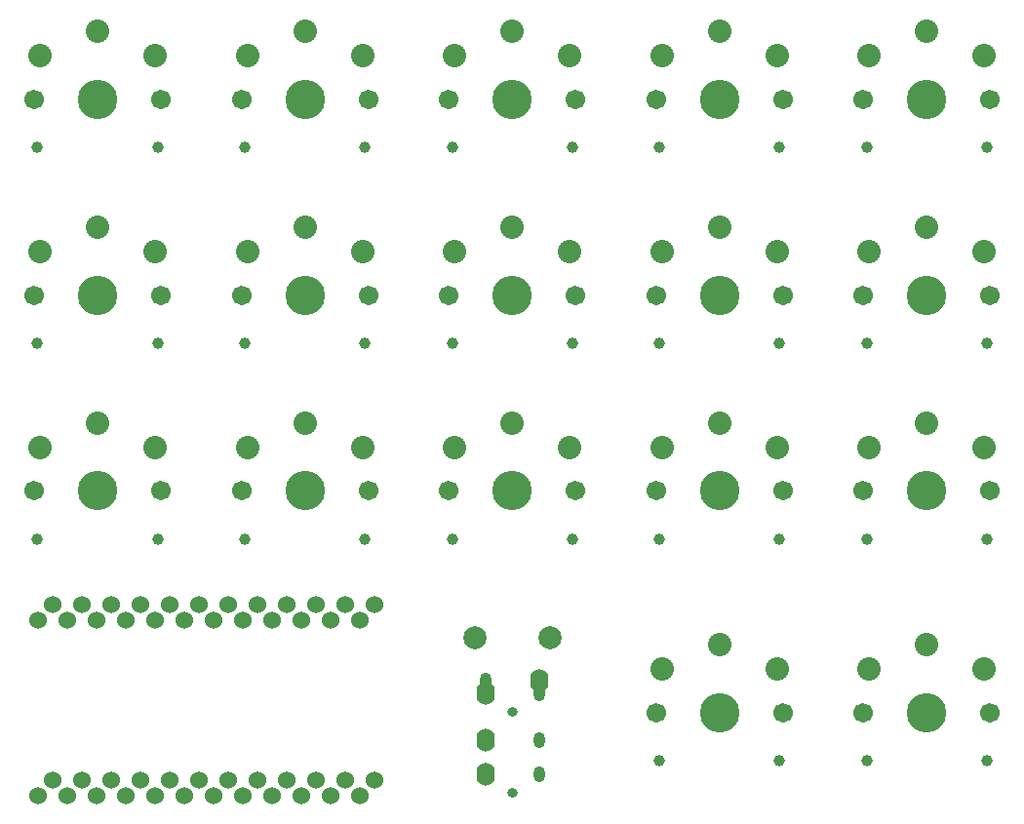
<source format=gbs>
%TF.GenerationSoftware,KiCad,Pcbnew,(5.1.12)-1*%
%TF.CreationDate,2021-11-19T00:53:14-08:00*%
%TF.ProjectId,orthodox,6f727468-6f64-46f7-982e-6b696361645f,rev?*%
%TF.SameCoordinates,Original*%
%TF.FileFunction,Soldermask,Bot*%
%TF.FilePolarity,Negative*%
%FSLAX46Y46*%
G04 Gerber Fmt 4.6, Leading zero omitted, Abs format (unit mm)*
G04 Created by KiCad (PCBNEW (5.1.12)-1) date 2021-11-19 00:53:14*
%MOMM*%
%LPD*%
G01*
G04 APERTURE LIST*
%ADD10C,1.701800*%
%ADD11C,0.990600*%
%ADD12C,2.032000*%
%ADD13C,3.429000*%
%ADD14O,1.600000X2.000000*%
%ADD15C,0.800000*%
%ADD16C,2.000000*%
%ADD17C,1.524000*%
%ADD18O,1.000000X1.400000*%
G04 APERTURE END LIST*
D10*
%TO.C,MX6*%
X77500000Y-68000000D03*
X66500000Y-68000000D03*
D11*
X66780000Y-72200000D03*
D12*
X72000000Y-62100000D03*
X77000000Y-64200000D03*
D13*
X72000000Y-68000000D03*
D12*
X67000000Y-64200000D03*
D11*
X77220000Y-72200000D03*
%TD*%
D14*
%TO.C,U2*%
X92320000Y-84505000D03*
X87720000Y-85605000D03*
X87720000Y-92605000D03*
D15*
X90020000Y-87205000D03*
X90020000Y-94205000D03*
D14*
X87720000Y-89605000D03*
%TD*%
D11*
%TO.C,MX1*%
X59220000Y-38200000D03*
D12*
X49000000Y-30200000D03*
D13*
X54000000Y-34000000D03*
D12*
X59000000Y-30200000D03*
X54000000Y-28100000D03*
D11*
X48780000Y-38200000D03*
D10*
X48500000Y-34000000D03*
X59500000Y-34000000D03*
%TD*%
%TO.C,MX2*%
X59500000Y-51000000D03*
X48500000Y-51000000D03*
D11*
X48780000Y-55200000D03*
D12*
X54000000Y-45100000D03*
X59000000Y-47200000D03*
D13*
X54000000Y-51000000D03*
D12*
X49000000Y-47200000D03*
D11*
X59220000Y-55200000D03*
%TD*%
D10*
%TO.C,MX3*%
X59500000Y-68000000D03*
X48500000Y-68000000D03*
D11*
X48780000Y-72200000D03*
D12*
X54000000Y-62100000D03*
X59000000Y-64200000D03*
D13*
X54000000Y-68000000D03*
D12*
X49000000Y-64200000D03*
D11*
X59220000Y-72200000D03*
%TD*%
D10*
%TO.C,MX4*%
X77500000Y-34000000D03*
X66500000Y-34000000D03*
D11*
X66780000Y-38200000D03*
D12*
X72000000Y-28100000D03*
X77000000Y-30200000D03*
D13*
X72000000Y-34000000D03*
D12*
X67000000Y-30200000D03*
D11*
X77220000Y-38200000D03*
%TD*%
%TO.C,MX5*%
X77220000Y-55200000D03*
D12*
X67000000Y-47200000D03*
D13*
X72000000Y-51000000D03*
D12*
X77000000Y-47200000D03*
X72000000Y-45100000D03*
D11*
X66780000Y-55200000D03*
D10*
X66500000Y-51000000D03*
X77500000Y-51000000D03*
%TD*%
D11*
%TO.C,MX7*%
X95220000Y-38200000D03*
D12*
X85000000Y-30200000D03*
D13*
X90000000Y-34000000D03*
D12*
X95000000Y-30200000D03*
X90000000Y-28100000D03*
D11*
X84780000Y-38200000D03*
D10*
X84500000Y-34000000D03*
X95500000Y-34000000D03*
%TD*%
%TO.C,MX8*%
X95500000Y-51000000D03*
X84500000Y-51000000D03*
D11*
X84780000Y-55200000D03*
D12*
X90000000Y-45100000D03*
X95000000Y-47200000D03*
D13*
X90000000Y-51000000D03*
D12*
X85000000Y-47200000D03*
D11*
X95220000Y-55200000D03*
%TD*%
D10*
%TO.C,MX9*%
X95500000Y-68000000D03*
X84500000Y-68000000D03*
D11*
X84780000Y-72200000D03*
D12*
X90000000Y-62100000D03*
X95000000Y-64200000D03*
D13*
X90000000Y-68000000D03*
D12*
X85000000Y-64200000D03*
D11*
X95220000Y-72200000D03*
%TD*%
D10*
%TO.C,MX10*%
X113500000Y-34000000D03*
X102500000Y-34000000D03*
D11*
X102780000Y-38200000D03*
D12*
X108000000Y-28100000D03*
X113000000Y-30200000D03*
D13*
X108000000Y-34000000D03*
D12*
X103000000Y-30200000D03*
D11*
X113220000Y-38200000D03*
%TD*%
%TO.C,MX11*%
X113220000Y-55200000D03*
D12*
X103000000Y-47200000D03*
D13*
X108000000Y-51000000D03*
D12*
X113000000Y-47200000D03*
X108000000Y-45100000D03*
D11*
X102780000Y-55200000D03*
D10*
X102500000Y-51000000D03*
X113500000Y-51000000D03*
%TD*%
%TO.C,MX12*%
X113500000Y-68000000D03*
X102500000Y-68000000D03*
D11*
X102780000Y-72200000D03*
D12*
X108000000Y-62100000D03*
X113000000Y-64200000D03*
D13*
X108000000Y-68000000D03*
D12*
X103000000Y-64200000D03*
D11*
X113220000Y-72200000D03*
%TD*%
D10*
%TO.C,MX13*%
X113500000Y-87250000D03*
X102500000Y-87250000D03*
D11*
X102780000Y-91450000D03*
D12*
X108000000Y-81350000D03*
X113000000Y-83450000D03*
D13*
X108000000Y-87250000D03*
D12*
X103000000Y-83450000D03*
D11*
X113220000Y-91450000D03*
%TD*%
%TO.C,MX14*%
X131220000Y-38200000D03*
D12*
X121000000Y-30200000D03*
D13*
X126000000Y-34000000D03*
D12*
X131000000Y-30200000D03*
X126000000Y-28100000D03*
D11*
X120780000Y-38200000D03*
D10*
X120500000Y-34000000D03*
X131500000Y-34000000D03*
%TD*%
%TO.C,MX15*%
X131500000Y-51000000D03*
X120500000Y-51000000D03*
D11*
X120780000Y-55200000D03*
D12*
X126000000Y-45100000D03*
X131000000Y-47200000D03*
D13*
X126000000Y-51000000D03*
D12*
X121000000Y-47200000D03*
D11*
X131220000Y-55200000D03*
%TD*%
%TO.C,MX16*%
X131220000Y-72200000D03*
D12*
X121000000Y-64200000D03*
D13*
X126000000Y-68000000D03*
D12*
X131000000Y-64200000D03*
X126000000Y-62100000D03*
D11*
X120780000Y-72200000D03*
D10*
X120500000Y-68000000D03*
X131500000Y-68000000D03*
%TD*%
D11*
%TO.C,MX17*%
X131220000Y-91450000D03*
D12*
X121000000Y-83450000D03*
D13*
X126000000Y-87250000D03*
D12*
X131000000Y-83450000D03*
X126000000Y-81350000D03*
D11*
X120780000Y-91450000D03*
D10*
X120500000Y-87250000D03*
X131500000Y-87250000D03*
%TD*%
D16*
%TO.C,SW1*%
X86750000Y-80730000D03*
X93250000Y-80730000D03*
%TD*%
D17*
%TO.C,U1*%
X50092000Y-93150000D03*
X52632000Y-93150000D03*
X55172000Y-93150000D03*
X57712000Y-93150000D03*
X60252000Y-93150000D03*
X62792000Y-93150000D03*
X65332000Y-93150000D03*
X67872000Y-93150000D03*
X70412000Y-93150000D03*
X72952000Y-93150000D03*
X75492000Y-93150000D03*
X78032000Y-93150000D03*
X78032000Y-77910000D03*
X75492000Y-77910000D03*
X72952000Y-77910000D03*
X70412000Y-77910000D03*
X67872000Y-77910000D03*
X65332000Y-77910000D03*
X62792000Y-77910000D03*
X60252000Y-77910000D03*
X57712000Y-77910000D03*
X55172000Y-77910000D03*
X52632000Y-77910000D03*
X50092000Y-77910000D03*
X48822000Y-94456400D03*
X51362000Y-94456400D03*
X53902000Y-94456400D03*
X56442000Y-94456400D03*
X58982000Y-94456400D03*
X61522000Y-94456400D03*
X64062000Y-94456400D03*
X66602000Y-94456400D03*
X69142000Y-94456400D03*
X71682000Y-94456400D03*
X74222000Y-94456400D03*
X76762000Y-94456400D03*
X76762000Y-79236400D03*
X74222000Y-79236400D03*
X71682000Y-79236400D03*
X69142000Y-79236400D03*
X66602000Y-79236400D03*
X64062000Y-79236400D03*
X61522000Y-79236400D03*
X58982000Y-79236400D03*
X56442000Y-79236400D03*
X53902000Y-79236400D03*
X51362000Y-79236400D03*
X48822000Y-79236400D03*
%TD*%
D15*
%TO.C,U3*%
X90025000Y-87205000D03*
X90025000Y-94205000D03*
D18*
X92325000Y-92605000D03*
X92325000Y-89605000D03*
X92325000Y-85605000D03*
X87725000Y-84505000D03*
%TD*%
M02*

</source>
